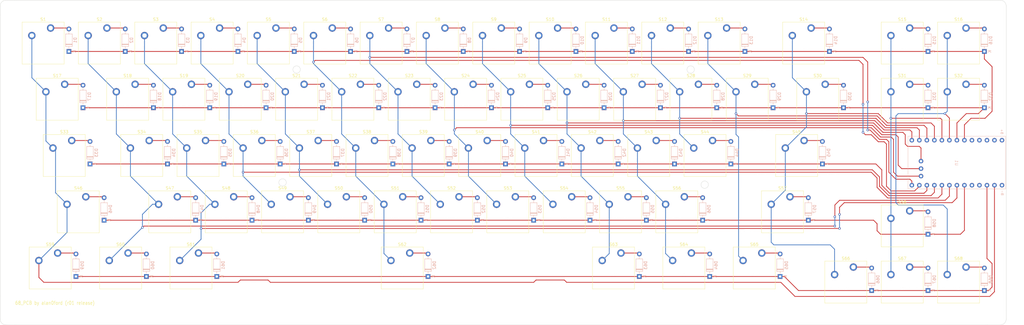
<source format=kicad_pcb>
(kicad_pcb (version 20221018) (generator pcbnew)
  (title_block (title "68PCB Keyboard") (date "Gen 2024") (rev "01") (company "By alan0ford"))
  (layers (0 "F.Cu" signal) (31 "B.Cu" signal) (34 "B.Paste" user) (35 "F.Paste" user) (36 "B.SilkS" user "B.Silkscreen") (37 "F.SilkS" user "F.Silkscreen") (38 "B.Mask" user) (39 "F.Mask" user) (44 "Edge.Cuts" user))
  (net 0 "")
  (net 1 "R0")
  (net 2 "Net-(D1-A)")
  (net 3 "Net-(D2-A)")
  (net 4 "Net-(D3-A)")
  (net 5 "Net-(D4-A)")
  (net 6 "Net-(D5-A)")
  (net 7 "Net-(D6-A)")
  (net 8 "Net-(D7-A)")
  (net 9 "Net-(D8-A)")
  (net 10 "Net-(D9-A)")
  (net 11 "Net-(D10-A)")
  (net 12 "Net-(D11-A)")
  (net 13 "Net-(D12-A)")
  (net 14 "Net-(D13-A)")
  (net 15 "Net-(D14-A)")
  (net 16 "Net-(D15-A)")
  (net 17 "Net-(D16-A)")
  (net 18 "R1")
  (net 19 "Net-(D17-A)")
  (net 20 "Net-(D18-A)")
  (net 21 "Net-(D19-A)")
  (net 22 "Net-(D20-A)")
  (net 23 "Net-(D21-A)")
  (net 24 "Net-(D22-A)")
  (net 25 "Net-(D23-A)")
  (net 26 "Net-(D24-A)")
  (net 27 "Net-(D25-A)")
  (net 28 "Net-(D26-A)")
  (net 29 "Net-(D27-A)")
  (net 30 "Net-(D28-A)")
  (net 31 "Net-(D29-A)")
  (net 32 "Net-(D30-A)")
  (net 33 "Net-(D31-A)")
  (net 34 "Net-(D32-A)")
  (net 35 "R2")
  (net 36 "Net-(D33-A)")
  (net 37 "Net-(D34-A)")
  (net 38 "Net-(D35-A)")
  (net 39 "Net-(D36-A)")
  (net 40 "Net-(D37-A)")
  (net 41 "Net-(D38-A)")
  (net 42 "Net-(D39-A)")
  (net 43 "Net-(D40-A)")
  (net 44 "Net-(D41-A)")
  (net 45 "Net-(D42-A)")
  (net 46 "Net-(D43-A)")
  (net 47 "Net-(D44-A)")
  (net 48 "Net-(D45-A)")
  (net 49 "R3")
  (net 50 "Net-(D46-A)")
  (net 51 "Net-(D47-A)")
  (net 52 "Net-(D48-A)")
  (net 53 "Net-(D49-A)")
  (net 54 "Net-(D50-A)")
  (net 55 "Net-(D51-A)")
  (net 56 "Net-(D52-A)")
  (net 57 "Net-(D53-A)")
  (net 58 "Net-(D54-A)")
  (net 59 "Net-(D55-A)")
  (net 60 "Net-(D56-A)")
  (net 61 "Net-(D57-A)")
  (net 62 "Net-(D58-A)")
  (net 63 "R4")
  (net 64 "Net-(D59-A)")
  (net 65 "Net-(D60-A)")
  (net 66 "Net-(D61-A)")
  (net 67 "Net-(D62-A)")
  (net 68 "Net-(D63-A)")
  (net 69 "Net-(D64-A)")
  (net 70 "Net-(D65-A)")
  (net 71 "Net-(D66-A)")
  (net 72 "Net-(D67-A)")
  (net 73 "Net-(D68-A)")
  (net 74 "C0")
  (net 75 "C1")
  (net 76 "C2")
  (net 77 "C3")
  (net 78 "C4")
  (net 79 "C5")
  (net 80 "C6")
  (net 81 "C7")
  (net 82 "C8")
  (net 83 "C9")
  (net 84 "C10")
  (net 85 "C11")
  (net 86 "C12")
  (net 87 "C13")
  (net 88 "C14")
  (net 89 "C15")
  (footprint "ScottoKeebs_MX:MX_PCB_1.00u" (layer "F.Cu") (at 130.725 74.525)
    (fp_text reference "S5")
    (fp_text value "4")
  )
  (footprint "ScottoKeebs_MX:MX_PCB_1.00u" (layer "F.Cu") (at 345.0375 93.575)
    (fp_text reference "S31")
    (fp_text value "Del")
  )
  (footprint "ScottoKeebs_MX:MX_PCB_1.00u" (layer "F.Cu") (at 164.0625 112.625)
    (fp_text reference "S38")
    (fp_text value "G")
  )
  (footprint "ScottoKeebs_MX:MX_PCB_2.25u" (layer "F.Cu") (at 309.31875 112.625)
    (fp_text reference "S45")
    (fp_text value "Ent")
  )
  (footprint "ScottoKeebs_MX:MX_PCB_1.00u" (layer "F.Cu") (at 54.525 74.525)
    (fp_text reference "S1")
    (fp_text value "Esc")
  )
  (footprint "ScottoKeebs_MX:MX_PCB_1.00u" (layer "F.Cu") (at 154.5375 131.675)
    (fp_text reference "S50")
    (fp_text value "V")
  )
  (footprint "ScottoKeebs_MX:MX_PCB_1.00u" (layer "F.Cu") (at 278.3625 112.625)
    (fp_text reference "S44")
    (fp_text value "'")
  )
  (footprint "ScottoKeebs_MX:MX_PCB_1.25u" (layer "F.Cu") (at 80.71875 150.725)
    (fp_text reference "S60")
    (fp_text value "Win")
  )
  (footprint "ScottoKeebs_MX:MX_PCB_1.00u" (layer "F.Cu") (at 325.9875 155.4875)
    (fp_text reference "S66")
    (fp_text value "Lt")
  )
  (footprint "ScottoKeebs_MX:MX_PCB_1.00u" (layer "F.Cu") (at 254.55 93.575)
    (fp_text reference "S27")
    (fp_text value "P")
  )
  (footprint "ScottoKeebs_MX:MX_PCB_1.00u" (layer "F.Cu") (at 73.575 74.525)
    (fp_text reference "S2")
    (fp_text value "1")
  )
  (footprint "ScottoKeebs_MX:MX_PCB_1.00u" (layer "F.Cu") (at 83.1 93.575)
    (fp_text reference "S18")
    (fp_text value "Q")
  )
  (footprint "ScottoKeebs_MX:MX_PCB_1.00u" (layer "F.Cu") (at 159.3 93.575)
    (fp_text reference "S22")
    (fp_text value "T")
  )
  (footprint "ScottoKeebs_MX:MX_PCB_1.50u" (layer "F.Cu") (at 316.4625 93.575)
    (fp_text reference "S30")
    (fp_text value "\\")
  )
  (footprint "ScottoKeebs_MX:MX_PCB_1.00u" (layer "F.Cu") (at 202.1625 112.625)
    (fp_text reference "S40")
    (fp_text value "J")
  )
  (footprint "ScottoKeebs_MX:MX_PCB_1.25u" (layer "F.Cu") (at 271.21875 150.725)
    (fp_text reference "S64")
    (fp_text value "AlR")
  )
  (footprint "ScottoKeebs_MX:MX_PCB_1.00u" (layer "F.Cu") (at 225.975 74.525)
    (fp_text reference "S10")
    (fp_text value "9")
  )
  (footprint "ScottoKeebs_MX:MX_PCB_1.00u" (layer "F.Cu") (at 240.2625 112.625)
    (fp_text reference "S42")
    (fp_text value "L")
  )
  (footprint "ScottoKeebs_MX:MX_PCB_1.00u" (layer "F.Cu") (at 111.675 74.525)
    (fp_text reference "S4")
    (fp_text value "3")
  )
  (footprint "ScottoKeebs_MX:MX_PCB_1.00u" (layer "F.Cu") (at 92.625 74.525)
    (fp_text reference "S3")
    (fp_text value "2")
  )
  (footprint "ScottoKeebs_MX:MX_PCB_1.00u" (layer "F.Cu") (at 135.4875 131.675)
    (fp_text reference "S49")
    (fp_text value "C")
  )
  (footprint "ScottoKeebs_MX:MX_PCB_1.00u" (layer "F.Cu") (at 116.4375 131.675)
    (fp_text reference "S48")
    (fp_text value "X")
  )
  (footprint "ScottoKeebs_MX:MX_PCB_1.00u" (layer "F.Cu") (at 283.125 74.525)
    (fp_text reference "S13")
    (fp_text value "=")
  )
  (footprint "PCM_marbastlib-mx:STAB_MX_2.25u" (layer "F.Cu") (at 66.43125 131.675)
    (fp_text reference "S73" hide)
    (fp_text value "2.25u")
  )
  (footprint "ScottoKeebs_MX:MX_PCB_1.25u" (layer "F.Cu") (at 56.90625 150.725)
    (fp_text reference "S59")
    (fp_text value "CtL")
  )
  (footprint "ScottoKeebs_MX:MX_PCB_1.50u" (layer "F.Cu") (at 59.2875 93.575)
    (fp_text reference "S17")
    (fp_text value "Tab")
  )
  (footprint "ScottoKeebs_MX:MX_PCB_1.00u" (layer "F.Cu") (at 235.5 93.575)
    (fp_text reference "S26")
    (fp_text value "O")
  )
  (footprint "ScottoKeebs_MX:MX_PCB_1.00u" (layer "F.Cu") (at 345.0375 74.525)
    (fp_text reference "S15")
    (fp_text value "PS")
  )
  (footprint "ScottoKeebs_MX:MX_PCB_1.00u" (layer "F.Cu") (at 364.0875 93.575)
    (fp_text reference "S32")
    (fp_text value "PD")
  )
  (footprint "ScottoKeebs_MX:MX_PCB_1.75u" (layer "F.Cu") (at 61.66875 112.625)
    (fp_text reference "S33")
    (fp_text value "CL")
  )
  (footprint "PCM_marbastlib-mx:STAB_MX_2.75u" (layer "F.Cu") (at 304.55625 131.675)
    (fp_text reference "S71" hide)
    (fp_text value "2.75u")
  )
  (footprint "ScottoKeebs_MX:MX_PCB_1.00u" (layer "F.Cu") (at 259.3125 112.625)
    (fp_text reference "S43")
    (fp_text value ";")
  )
  (footprint "ScottoKeebs_MX:MX_PCB_1.00u" (layer "F.Cu") (at 211.6875 131.675)
    (fp_text reference "S53")
    (fp_text value "M")
  )
  (footprint "ScottoKeebs_MX:MX_PCB_2.25u" (layer "F.Cu") (at 66.43125 131.675)
    (fp_text reference "S46")
    (fp_text value "ShL")
  )
  (footprint "ScottoKeebs_MX:MX_PCB_1.00u" (layer "F.Cu") (at 364.0875 155.4875)
    (fp_text reference "S68")
    (fp_text value "Rh")
  )
  (footprint "ScottoKeebs_MX:MX_PCB_1.00u" (layer "F.Cu") (at 187.875 74.525)
    (fp_text reference "S8")
    (fp_text value "7")
  )
  (footprint "ScottoKeebs_MX:MX_PCB_2.00u" (layer "F.Cu") (at 311.7 74.525)
    (fp_text reference "S14")
    (fp_text value "BS")
  )
  (footprint "ScottoKeebs_MX:MX_PCB_1.00u" (layer "F.Cu") (at 102.15 93.575)
    (fp_text reference "S19")
    (fp_text value "W")
  )
  (footprint "ScottoKeebs_MX:MX_PCB_1.25u" (layer "F.Cu") (at 247.40625 150.725)
    (fp_text reference "S63")
    (fp_text value "Fn")
  )
  (footprint "ScottoKeebs_MX:MX_PCB_1.00u" (layer "F.Cu") (at 192.6375 131.675)
    (fp_text reference "S52")
    (fp_text value "N")
  )
  (footprint "ScottoKeebs_MX:MX_PCB_1.25u" (layer "F.Cu") (at 295.03125 150.725)
    (fp_text reference "S65")
    (fp_text value "CtR")
  )
  (footprint "PCM_marbastlib-mx:STAB_MX_2.25u" (layer "F.Cu") (at 309.31875 112.625)
    (fp_text reference "S70" hide)
    (fp_text value "2.25u")
  )
  (footprint "ScottoKeebs_MX:MX_PCB_1.00u" (layer "F.Cu") (at 264.075 74.525)
    (fp_text reference "S12")
    (fp_text value "-")
  )
  (footprint "ScottoKeebs_MX:MX_PCB_1.25u" (layer "F.Cu") (at 104.53125 150.725)
    (fp_text reference "S61")
    (fp_text value "AlL")
  )
  (footprint "ScottoKeebs_MX:MX_PCB_1.00u" (layer "F.Cu") (at 173.5875 131.675)
    (fp_text reference "S51")
    (fp_text value "B")
  )
  (footprint "ScottoKeebs_MX:MX_PCB_6.25u" (layer "F.Cu") (at 175.96875 150.725)
    (fp_text reference "S62")
    (fp_text value "Spa")
  )
  (footprint "ScottoKeebs_MX:MX_PCB_2.75u" (layer "F.Cu") (at 304.55625 131.675)
    (fp_text reference "S57")
    (fp_text value "ShR")
  )
  (footprint "ScottoKeebs_MX:MX_PCB_1.00u" (layer "F.Cu") (at 140.25 93.575)
    (fp_text reference "S21")
    (fp_text value "R")
  )
  (footprint "ScottoKeebs_MX:MX_PCB_1.00u" (layer "F.Cu") (at 149.775 74.525)
    (fp_text reference "S6")
    (fp_text value "5")
  )
  (footprint "ScottoKeebs_MX:MX_PCB_1.00u" (layer "F.Cu") (at 121.2 93.575)
    (fp_text reference "S20")
    (fp_text value "E")
  )
  (footprint "ScottoKeebs_MX:MX_PCB_1.00u" (layer "F.Cu") (at 345.0375 136.4375)
    (fp_text reference "S58")
    (fp_text value "Up")
  )
  (footprint "ScottoKeebs_MX:MX_PCB_1.00u" (layer "F.Cu") (at 221.2125 112.625)
    (fp_text reference "S41")
    (fp_text value "K")
  )
  (footprint "ScottoKeebs_MX:MX_PCB_1.00u" (layer "F.Cu") (at 145.0125 112.625)
    (fp_text reference "S37")
    (fp_text value "F")
  )
  (footprint "ScottoKeebs_MX:MX_PCB_1.00u" (layer "F.Cu") (at 125.9625 112.625)
    (fp_text reference "S36")
    (fp_text value "D")
  )
  (footprint "ScottoKeebs_MX:MX_PCB_1.00u" (layer "F.Cu") (at 216.45 93.575)
    (fp_text reference "S25")
    (fp_text value "I")
  )
  (footprint "PCM_marbastlib-mx:STAB_MX_2u" (layer "F.Cu") (at 311.7 74.525)
    (fp_text reference "S69" hide)
    (fp_text value "2u")
  )
  (footprint "ScottoKeebs_MX:MX_PCB_1.00u" (layer "F.Cu") (at 168.825 74.525)
    (fp_text reference "S7")
    (fp_text value "6")
  )
  (footprint "ScottoKeebs_MX:MX_PCB_1.00u" (layer "F.Cu") (at 106.9125 112.625)
    (fp_text reference "S35")
    (fp_text value "S")
  )
  (footprint "ScottoKeebs_MX:MX_PCB_1.00u" (layer "F.Cu") (at 364.0875 74.525)
    (fp_text reference "S16")
    (fp_text value "PU")
  )
  (footprint "ScottoKeebs_MX:MX_PCB_1.00u" (layer "F.Cu") (at 268.8375 131.675)
    (fp_text reference "S56")
    (fp_text value "/")
  )
  (footprint "ScottoKeebs_MX:MX_PCB_1.00u" (layer "F.Cu") (at 345.0375 155.4875)
    (fp_text reference "S67")
    (fp_text value "Dw")
  )
  (footprint "PCM_marbastlib-mx:STAB_MX_6.25u" (layer "F.Cu") (at 175.96875 150.725 180)
    (fp_text reference "S72" hide)
    (fp_text value "6.25u")
  )
  (footprint "ScottoKeebs_MX:MX_PCB_1.00u" (layer "F.Cu") (at 87.8625 112.625)
    (fp_text reference "S34")
    (fp_text value "A")
  )
  (footprint "ScottoKeebs_MX:MX_PCB_1.00u" (layer "F.Cu") (at 178.35 93.575)
    (fp_text reference "S23")
    (fp_text value "Y")
  )
  (footprint "ScottoKeebs_MX:MX_PCB_1.00u" (layer "F.Cu") (at 230.7375 131.675)
    (fp_text reference "S54")
    (fp_text value ",")
  )
  (footprint "ScottoKeebs_MX:MX_PCB_1.00u" (layer "F.Cu") (at 249.7875 131.675)
    (fp_text reference "S55")
    (fp_text value ".")
  )
  (footprint "ScottoKeebs_MX:MX_PCB_1.00u" (layer "F.Cu") (at 197.4 93.575)
    (fp_text reference "S24")
    (fp_text value "U")
  )
  (footprint "ScottoKeebs_MX:MX_PCB_1.00u" (layer "F.Cu") (at 292.65 93.575)
    (fp_text reference "S29")
    (fp_text value "]")
  )
  (footprint "ScottoKeebs_MX:MX_PCB_1.00u" (layer "F.Cu") (at 245.025 74.525)
    (fp_text reference "S11")
    (fp_text value "0")
  )
  (footprint "ScottoKeebs_MX:MX_PCB_1.00u" (layer "F.Cu") (at 273.6 93.575)
    (fp_text reference "S28")
    (fp_text value "[")
  )
  (footprint "ScottoKeebs_MX:MX_PCB_1.00u" (layer "F.Cu") (at 206.925 74.525)
    (fp_text reference "S9")
    (fp_text value "8")
  )
  (footprint "ScottoKeebs_MX:MX_PCB_1.00u" (layer "F.Cu") (at 97.3875 131.675)
    (fp_text reference "S47")
    (fp_text value "Z")
  )
  (footprint "ScottoKeebs_MX:MX_PCB_1.00u" (layer "F.Cu") (at 183.1125 112.625)
    (fp_text reference "S39")
    (fp_text value "H")
  )
  (footprint "ScottoKeebs_Components:Diode_DO-35" (layer "B.Cu") (at 353.76875 139.295 90)
    (fp_text reference "D58")
    (fp_text value "Diode")
  )
  (footprint "ScottoKeebs_Components:Diode_DO-35" (layer "B.Cu") (at 153.74375 115.4825 90)
    (fp_text reference "D37")
    (fp_text value "Diode")
  )
  (footprint "ScottoKeebs_Components:Diode_DO-35" (layer "B.Cu") (at 234.70625 77.3825 90)
    (fp_text reference "D10")
    (fp_text value "Diode")
  )
  (footprint "ScottoKeebs_Components:Diode_DO-35" (layer "B.Cu") (at 106.11875 134.5325 90)
    (fp_text reference "D47")
    (fp_text value "Diode")
  )
  (footprint "ScottoKeebs_Components:Diode_DO-35" (layer "B.Cu") (at 91.83125 96.4325 90)
    (fp_text reference "D18")
    (fp_text value "Diode")
  )
  (footprint "ScottoKeebs_Components:Diode_DO-35" (layer "B.Cu") (at 65.6375 153.5825 90)
    (fp_text reference "D59")
    (fp_text value "Diode")
  )
  (footprint "ScottoKeebs_Components:Diode_DO-35" (layer "B.Cu") (at 113.2625 153.5825 90)
    (fp_text reference "D61")
    (fp_text value "Diode")
  )
  (footprint "ScottoKeebs_Components:Diode_DO-35" (layer "B.Cu") (at 168.03125 96.4325 90)
    (fp_text reference "D22")
    (fp_text value "Diode")
  )
  (footprint "ScottoKeebs_Components:Diode_DO-35" (layer "B.Cu") (at 187.08125 96.4325 90)
    (fp_text reference "D23")
    (fp_text value "Diode")
  )
  (footprint "ScottoKeebs_Components:Diode_DO-35" (layer "B.Cu") (at 120.40625 77.3825 90)
    (fp_text reference "D4")
    (fp_text value "Diode")
  )
  (footprint "ScottoKeebs_Components:Diode_DO-35" (layer "B.Cu") (at 287.09375 115.4825 90)
    (fp_text reference "D44")
    (fp_text value "Diode")
  )
  (footprint "ScottoKeebs_Components:Diode_DO-35" (layer "B.Cu") (at 277.56875 134.5325 90)
    (fp_text reference "D56")
    (fp_text value "Diode")
  )
  (footprint "ScottoKeebs_Components:Diode_DO-35" (layer "B.Cu") (at 313.2875 134.5325 90)
    (fp_text reference "D57")
    (fp_text value "Diode")
  )
  (footprint "ScottoKeebs_Components:Diode_DO-35" (layer "B.Cu") (at 325.19375 96.4325 90)
    (fp_text reference "D30")
    (fp_text value "Diode")
  )
  (footprint "ScottoKeebs_Components:Diode_DO-35" (layer "B.Cu") (at 229.94375 115.4825 90)
    (fp_text reference "D41")
    (fp_text value "Diode")
  )
  (footprint "ScottoKeebs_Components:Diode_DO-35" (layer "B.Cu") (at 320.43125 77.3825 90)
    (fp_text reference "D14")
    (fp_text value "Diode")
  )
  (footprint "ScottoKeebs_Components:Diode_DO-35" (layer "B.Cu") (at 353.76875 158.345 90)
    (fp_text reference "D67")
    (fp_text value "Diode")
  )
  (footprint "ScottoKeebs_Components:Diode_DO-35" (layer "B.Cu") (at 272.80625 77.3825 90)
    (fp_text reference "D12")
    (fp_text value "Diode")
  )
  (footprint "ScottoKeebs_Components:Diode_DO-35" (layer "B.Cu") (at 239.46875 134.5325 90)
    (fp_text reference "D54")
    (fp_text value "Diode")
  )
  (footprint "ScottoKeebs_Components:Diode_DO-35" (layer "B.Cu") (at 110.88125 96.4325 90)
    (fp_text reference "D19")
    (fp_text value "Diode")
  )
  (footprint "ScottoKeebs_Components:Diode_DO-35" (layer "B.Cu") (at 139.45625 77.3825 90)
    (fp_text reference "D5")
    (fp_text value "Diode")
  )
  (footprint "ScottoKeebs_Components:Diode_DO-35" (layer "B.Cu") (at 125.16875 134.5325 90)
    (fp_text reference "D48")
    (fp_text value "Diode")
  )
  (footprint "ScottoKeebs_Components:Diode_DO-35" (layer "B.Cu") (at 129.93125 96.4325 90)
    (fp_text reference "D20")
    (fp_text value "Diode")
  )
  (footprint "ScottoKeebs_Components:Diode_DO-35" (layer "B.Cu") (at 158.50625 77.3825 90)
    (fp_text reference "D6")
    (fp_text value "Diode")
  )
  (footprint "ScottoKeebs_Components:Diode_DO-35" (layer "B.Cu") (at 291.85625 77.3825 90)
    (fp_text reference "D13")
    (fp_text value "Diode")
  )
  (footprint "ScottoKeebs_Components:Diode_DO-35" (layer "B.Cu") (at 182.31875 134.5325 90)
    (fp_text reference "D51")
    (fp_text value "Diode")
  )
  (footprint "ScottoKeebs_Components:Diode_DO-35" (layer "B.Cu") (at 191.84375 115.4825 90)
    (fp_text reference "D39")
    (fp_text value "Diode")
  )
  (footprint "ScottoKeebs_Components:Diode_DO-35" (layer "B.Cu") (at 301.38125 96.4325 90)
    (fp_text reference "D29")
    (fp_text value "Diode")
  )
  (footprint "ScottoKeebs_Components:Diode_DO-35" (layer "B.Cu") (at 148.98125 96.4325 90)
    (fp_text reference "D21")
    (fp_text value "Diode")
  )
  (footprint "ScottoKeebs_Components:Diode_DO-35" (layer "B.Cu") (at 172.79375 115.4825 90)
    (fp_text reference "D38")
    (fp_text value "Diode")
  )
  (footprint "ScottoKeebs_Components:Diode_DO-35" (layer "B.Cu") (at 68.01875 96.4325 90)
    (fp_text reference "D17")
    (fp_text value "Diode")
  )
  (footprint "ScottoKeebs_Components:Diode_DO-35" (layer "B.Cu") (at 144.21875 134.5325 90)
    (fp_text reference "D49")
    (fp_text value "Diode")
  )
  (footprint "ScottoKeebs_Components:Diode_DO-35" (layer "B.Cu") (at 96.59375 115.4825 90)
    (fp_text reference "D34")
    (fp_text value "Diode")
  )
  (footprint "ScottoKeebs_Components:Diode_DO-35" (layer "B.Cu") (at 201.36875 134.5325 90)
    (fp_text reference "D52")
    (fp_text value "Diode")
  )
  (footprint "ScottoKeebs_Components:Diode_DO-35" (layer "B.Cu") (at 372.81875 158.345 90)
    (fp_text reference "D68")
    (fp_text value "Diode")
  )
  (footprint "ScottoKeebs_Components:Diode_DO-35" (layer "B.Cu") (at 303.7625 153.5825 90)
    (fp_text reference "D65")
    (fp_text value "Diode")
  )
  (footprint "ScottoKeebs_Components:Diode_DO-35" (layer "B.Cu") (at 253.75625 77.3825 90)
    (fp_text reference "D11")
    (fp_text value "Diode")
  )
  (footprint "ScottoKeebs_Components:Diode_DO-35" (layer "B.Cu") (at 70.4 115.4825 90)
    (fp_text reference "D33")
    (fp_text value "Diode")
  )
  (footprint "ScottoKeebs_Components:Diode_DO-35" (layer "B.Cu") (at 256.1375 153.5825 90)
    (fp_text reference "D63")
    (fp_text value "Diode")
  )
  (footprint "ScottoKeebs_Components:Diode_DO-35" (layer "B.Cu") (at 215.65625 77.3825 90)
    (fp_text reference "D9")
    (fp_text value "Diode")
  )
  (footprint "ScottoKeebs_Components:Diode_DO-35" (layer "B.Cu") (at 134.69375 115.4825 90)
    (fp_text reference "D36")
    (fp_text value "Diode")
  )
  (footprint "ScottoKeebs_Components:Diode_DO-35" (layer "B.Cu") (at 318.05 115.4825 90)
    (fp_text reference "D45")
    (fp_text value "Diode")
  )
  (footprint "ScottoKeebs_Components:Diode_DO-35" (layer "B.Cu") (at 210.89375 115.4825 90)
    (fp_text reference "D40")
    (fp_text value "Diode")
  )
  (footprint "ScottoKeebs_Components:Diode_DO-35" (layer "B.Cu") (at 163.26875 134.5325 90)
    (fp_text reference "D50")
    (fp_text value "Diode")
  )
  (footprint "ScottoKeebs_Components:Diode_DO-35" (layer "B.Cu") (at 82.30625 77.3825 90)
    (fp_text reference "D2")
    (fp_text value "Diode")
  )
  (footprint "ScottoKeebs_Components:Diode_DO-35" (layer "B.Cu") (at 372.81875 77.3825 90)
    (fp_text reference "D16")
    (fp_text value "Diode")
  )
  (footprint "ScottoKeebs_Components:Diode_DO-35" (layer "B.Cu") (at 282.33125 96.4325 90)
    (fp_text reference "D28")
    (fp_text value "Diode")
  )
  (footprint "ScottoKeebs_Components:Diode_DO-35" (layer "B.Cu") (at 279.95 153.5825 90)
    (fp_text reference "D64")
    (fp_text value "Diode")
  )
  (footprint "ScottoKeebs_Components:Diode_DO-35" (layer "B.Cu") (at 372.81875 96.4325 90)
    (fp_text reference "D32")
    (fp_text value "Diode")
  )
  (footprint "Personale:SuperMini NRF52840" (layer "B.Cu") (at 380.7 115.1 90)
    (fp_text reference "U1")
    (fp_text value "SuperMini_NRF52840")
  )
  (footprint "ScottoKeebs_Components:Diode_DO-35" (layer "B.Cu") (at 248.99375 115.4825 90)
    (fp_text reference "D42")
    (fp_text value "Diode")
  )
  (footprint "ScottoKeebs_Components:Diode_DO-35" (layer "B.Cu") (at 101.35625 77.3825 90)
    (fp_text reference "D3")
    (fp_text value "Diode")
  )
  (footprint "ScottoKeebs_Components:Diode_DO-35" (layer "B.Cu") (at 206.13125 96.4325 90)
    (fp_text reference "D24")
    (fp_text value "Diode")
  )
  (footprint "ScottoKeebs_Components:Diode_DO-35" (layer "B.Cu") (at 177.55625 77.3825 90)
    (fp_text reference "D7")
    (fp_text value "Diode")
  )
  (footprint "ScottoKeebs_Components:Diode_DO-35" (layer "B.Cu") (at 258.51875 134.5325 90)
    (fp_text reference "D55")
    (fp_text value "Diode")
  )
  (footprint "ScottoKeebs_Components:Diode_DO-35" (layer "B.Cu") (at 184.7 153.5825 90)
    (fp_text reference "D62")
    (fp_text value "Diode")
  )
  (footprint "ScottoKeebs_Components:Diode_DO-35" (layer "B.Cu") (at 63.25625 77.3825 90)
    (fp_text reference "D1")
    (fp_text value "Diode")
  )
  (footprint "ScottoKeebs_Components:Diode_DO-35" (layer "B.Cu") (at 115.64375 115.4825 90)
    (fp_text reference "D35")
    (fp_text value "Diode")
  )
  (footprint "ScottoKeebs_Components:Diode_DO-35" (layer "B.Cu") (at 89.45 153.5825 90)
    (fp_text reference "D60")
    (fp_text value "Diode")
  )
  (footprint "ScottoKeebs_Components:Diode_DO-35" (layer "B.Cu") (at 263.28125 96.4325 90)
    (fp_text reference "D27")
    (fp_text value "Diode")
  )
  (footprint "ScottoKeebs_Components:Diode_DO-35" (layer "B.Cu") (at 220.41875 134.5325 90)
    (fp_text reference "D53")
    (fp_text value "Diode")
  )
  (footprint "ScottoKeebs_Components:Diode_DO-35" (layer "B.Cu") (at 334.71875 158.345 90)
    (fp_text reference "D66")
    (fp_text value "Diode")
  )
  (footprint "ScottoKeebs_Components:Diode_DO-35" (layer "B.Cu") (at 353.76875 96.4325 90)
    (fp_text reference "D31")
    (fp_text value "Diode")
  )
  (footprint "ScottoKeebs_Components:Diode_DO-35" (layer "B.Cu") (at 244.23125 96.4325 90)
    (fp_text reference "D26")
    (fp_text value "Diode")
  )
  (footprint "ScottoKeebs_Components:Diode_DO-35" (layer "B.Cu") (at 75.1625 134.5325 90)
    (fp_text reference "D46")
    (fp_text value "Diode")
  )
  (footprint "ScottoKeebs_Components:Diode_DO-35" (layer "B.Cu") (at 268.04375 115.4825 90)
    (fp_text reference "D43")
    (fp_text value "Diode")
  )
  (footprint "ScottoKeebs_Components:Diode_DO-35" (layer "B.Cu") (at 353.76875 77.3825 90)
    (fp_text reference "D15")
    (fp_text value "Diode")
  )
  (footprint "ScottoKeebs_Components:Diode_DO-35" (layer "B.Cu") (at 225.18125 96.4325 90)
    (fp_text reference "D25")
    (fp_text value "Diode")
  )
  (footprint "ScottoKeebs_Components:Diode_DO-35" (layer "B.Cu") (at 196.60625 77.3825 90)
    (fp_text reference "D8")
    (fp_text value "Diode")
  )
  (gr_line (start 380.20625 165.09375) (end 380.20625 168) (stroke (width 0.1)) (layer "Edge.Cuts"))
  (gr_line (start 380.20625 62) (end 380.20625 165.09375) (stroke (width 0.1)) (layer "Edge.Cuts"))
  (gr_arc (start 40 62) (mid 40.585786 60.585786) (end 42 60) (stroke (width 0.1)) (layer "Edge.Cuts"))
  (gr_line (start 378.20625 170) (end 373.75 170) (stroke (width 0.1)) (layer "Edge.Cuts"))
  (gr_line (start 40 62) (end 40 65) (stroke (width 0.1)) (layer "Edge.Cuts"))
  (gr_line (start 378.20625 60) (end 375 60) (stroke (width 0.1)) (layer "Edge.Cuts"))
  (gr_circle (center 140.25 83.5) (end 141.5 83.5) (stroke (width 0.1)) (fill none) (layer "Edge.Cuts"))
  (gr_line (start 40 65) (end 40 160.25) (stroke (width 0.1)) (layer "Edge.Cuts"))
  (gr_line (start 45 60) (end 375 60) (stroke (width 0.1)) (layer "Edge.Cuts"))
  (gr_arc (start 380.20625 168) (mid 379.620464 169.414214) (end 378.20625 170) (stroke (width 0.1)) (layer "Edge.Cuts"))
  (gr_line (start 42 60) (end 45 60) (stroke (width 0.1)) (layer "Edge.Cuts"))
  (gr_line (start 373.75 170) (end 45 170) (stroke (width 0.1)) (layer "Edge.Cuts"))
  (gr_arc (start 378.20625 60) (mid 379.620464 60.585786) (end 380.20625 62) (stroke (width 0.1)) (layer "Edge.Cuts"))
  (gr_arc (start 42 170) (mid 40.585786 169.414214) (end 40 168) (stroke (width 0.1)) (layer "Edge.Cuts"))
  (gr_circle (center 278.25 122.5) (end 279.5 122.5) (stroke (width 0.1)) (fill none) (layer "Edge.Cuts"))
  (gr_line (start 40 168) (end 40 160.25) (stroke (width 0.1)) (layer "Edge.Cuts"))
  (gr_circle (center 135.5 121.75) (end 136.75 121.75) (stroke (width 0.1)) (fill none) (layer "Edge.Cuts"))
  (gr_circle (center 273.5 83.5) (end 274.75 83.5) (stroke (width 0.1)) (fill none) (layer "Edge.Cuts"))
  (gr_line (start 45 170) (end 42 170) (stroke (width 0.1)) (layer "Edge.Cuts"))
  (gr_text "68_PCB by alan0ford (r01 release)" (at 45 163.25) (layer "F.SilkS") (effects (font (size 1.2 1)) (justify left bottom)))
  (segment (start 372.81875 77.3825) (end 372.81875 79.925) (width 0.25) (layer "F.Cu") (net 1))
  (segment (start 368.3 100.0125) (end 366.08 102.2325) (width 0.25) (layer "F.Cu") (net 1))
  (segment (start 373.0625 100.0125) (end 368.3 100.0125) (width 0.25) (layer "F.Cu") (net 1))
  (segment (start 63.25625 77.3825) (end 372.81875 77.3825) (width 0.25) (layer "F.Cu") (net 1))
  (segment (start 366.08 102.2325) (end 366.08 107.44) (width 0.25) (layer "F.Cu") (net 1))
  (segment (start 375.44375 97.63125) (end 373.0625 100.0125) (width 0.25) (layer "F.Cu") (net 1))
  (segment (start 372.81875 79.925) (end 375.44375 82.55) (width 0.25) (layer "F.Cu") (net 1))
  (segment (start 375.44375 82.55) (end 375.44375 97.63125) (width 0.25) (layer "F.Cu") (net 1))
  (segment (start 62.93875 69.445) (end 63.25625 69.7625) (width 0.25) (layer "F.Cu") (net 2))
  (segment (start 57.065 69.445) (end 62.93875 69.445) (width 0.25) (layer "F.Cu") (net 2))
  (segment (start 76.115 69.445) (end 81.98875 69.445) (width 0.25) (layer "F.Cu") (net 3))
  (segment (start 81.98875 69.445) (end 82.30625 69.7625) (width 0.25) (layer "F.Cu") (net 3))
  (segment (start 101.03875 69.445) (end 101.35625 69.7625) (width 0.25) (layer "F.Cu") (net 4))
  (segment (start 95.165 69.445) (end 101.03875 69.445) (width 0.25) (layer "F.Cu") (net 4))
  (segment (start 120.08875 69.445) (end 120.40625 69.7625) (width 0.25) (layer "F.Cu") (net 5))
  (segment (start 114.215 69.445) (end 120.08875 69.445) (width 0.25) (layer "F.Cu") (net 5))
  (segment (start 133.265 69.445) (end 139.13875 69.445) (width 0.25) (layer "F.Cu") (net 6))
  (segment (start 139.13875 69.445) (end 139.45625 69.7625) (width 0.25) (layer "F.Cu") (net 6))
  (segment (start 152.315 69.445) (end 158.18875 69.445) (width 0.25) (layer "F.Cu") (net 7))
  (segment (start 158.18875 69.445) (end 158.50625 69.7625) (width 0.25) (layer "F.Cu") (net 7))
  (segment (start 171.365 69.445) (end 177.23875 69.445) (width 0.25) (layer "F.Cu") (net 8))
  (segment (start 177.23875 69.445) (end 177.55625 69.7625) (width 0.25) (layer "F.Cu") (net 8))
  (segment (start 190.415 69.445) (end 196.28875 69.445) (width 0.25) (layer "F.Cu") (net 9))
  (segment (start 196.28875 69.445) (end 196.60625 69.7625) (width 0.25) (layer "F.Cu") (net 9))
  (segment (start 209.465 69.445) (end 215.33875 69.445) (width 0.25) (layer "F.Cu") (net 10))
  (segment (start 215.33875 69.445) (end 215.65625 69.7625) (width 0.25) (layer "F.Cu") (net 10))
  (segment (start 234.38875 69.445) (end 234.70625 69.7625) (width 0.25) (layer "F.Cu") (net 11))
  (segment (start 228.515 69.445) (end 234.38875 69.445) (width 0.25) (layer "F.Cu") (net 11))
  (segment (start 247.565 69.445) (end 253.43875 69.445) (width 0.25) (layer "F.Cu") (net 12))
  (segment (start 253.43875 69.445) (end 253.75625 69.7625) (width 0.25) (layer "F.Cu") (net 12))
  (segment (start 272.48875 69.445) (end 272.80625 69.7625) (width 0.25) (layer "F.Cu") (net 13))
  (segment (start 266.615 69.445) (end 272.48875 69.445) (width 0.25) (layer "F.Cu") (net 13))
  (segment (start 291.53875 69.445) (end 291.85625 69.7625) (width 0.25) (layer "F.Cu") (net 14))
  (segment (start 285.665 69.445) (end 291.53875 69.445) (width 0.25) (layer "F.Cu") (net 14))
  (segment (start 314.24 69.445) (end 320.11375 69.445) (width 0.25) (layer "F.Cu") (net 15))
  (segment (start 320.11375 69.445) (end 320.43125 69.7625) (width 0.25) (layer "F.Cu") (net 15))
  (segment (start 353.45125 69.445) (end 353.76875 69.7625) (width 0.25) (layer "F.Cu") (net 16))
  (segment (start 347.5775 69.445) (end 353.45125 69.445) (width 0.25) (layer "F.Cu") (net 16))
  (segment (start 366.6275 69.445) (end 372.50125 69.445) (width 0.25) (layer "F.Cu") (net 17))
  (segment (start 372.50125 69.445) (end 372.81875 69.7625) (width 0.25) (layer "F.Cu") (net 17))
  (segment (start 372.81875 96.4325) (end 370.82625 98.425) (width 0.25) (layer "F.Cu") (net 18))
  (segment (start 370.82625 98.425) (end 366.7125 98.425) (width 0.25) (layer "F.Cu") (net 18))
  (segment (start 363.5375 101.6) (end 363.5375 107.4375) (width 0.25) (layer "F.Cu") (net 18))
  (segment (start 366.7125 98.425) (end 363.5375 101.6) (width 0.25) (layer "F.Cu") (net 18))
  (segment (start 68.01875 96.4325) (end 372.81875 96.4325) (width 0.25) (layer "F.Cu") (net 18))
  (segment (start 363.5375 107.4375) (end 363.54 107.44) (width 0.25) (layer "F.Cu") (net 18))
  (segment (start 61.8275 88.495) (end 67.70125 88.495) (width 0.25) (layer "F.Cu") (net 19))
  (segment (start 67.70125 88.495) (end 68.01875 88.8125) (width 0.25) (layer "F.Cu") (net 19))
  (segment (start 91.51375 88.495) (end 91.83125 88.8125) (width 0.25) (layer "F.Cu") (net 20))
  (segment (start 85.64 88.495) (end 91.51375 88.495) (width 0.25) (layer "F.Cu") (net 20))
  (segment (start 104.69 88.495) (end 110.56375 88.495) (width 0.25) (layer "F.Cu") (net 21))
  (segment (start 110.56375 88.495) (end 110.88125 88.8125) (width 0.25) (layer "F.Cu") (net 21))
  (segment (start 129.61375 88.495) (end 129.93125 88.8125) (width 0.25) (layer "F.Cu") (net 22))
  (segment (start 123.74 88.495) (end 129.61375 88.495) (width 0.25) (layer "F.Cu") (net 22))
  (segment (start 142.79 88.495) (end 148.66375 88.495) (width 0.25) (layer "F.Cu") (net 23))
  (segment (start 148.66375 88.495) (end 148.98125 88.8125) (width 0.25) (layer "F.Cu") (net 23))
  (segment (start 161.84 88.495) (end 167.71375 88.495) (width 0.25) (layer "F.Cu") (net 24))
  (segment (start 167.71375 88.495) (end 168.03125 88.8125) (width 0.25) (layer "F.Cu") (net 24))
  (segment (start 180.89 88.495) (end 186.76375 88.495) (width 0.25) (layer "F.Cu") (net 25))
  (segment (start 186.76375 88.495) (end 187.08125 88.8125) (width 0.25) (layer "F.Cu") (net 25))
  (segment (start 199.94 88.495) (end 205.81375 88.495) (width 0.25) (layer "F.Cu") (net 26))
  (segment (start 205.81375 88.495) (end 206.13125 88.8125) (width 0.25) (layer "F.Cu") (net 26))
  (segment (start 224.86375 88.495) (end 225.18125 88.8125) (width 0.25) (layer "F.Cu") (net 27))
  (segment (start 218.99 88.495) (end 224.86375 88.495) (width 0.25) (layer "F.Cu") (net 27))
  (segment (start 243.91375 88.495) (end 244.23125 88.8125) (width 0.25) (layer "F.Cu") (net 28))
  (segment (start 238.04 88.495) (end 243.91375 88.495) (width 0.25) (layer "F.Cu") (net 28))
  (segment (start 257.09 88.495) (end 262.96375 88.495) (width 0.25) (layer "F.Cu") (net 29))
  (segment (start 262.96375 88.495) (end 263.28125 88.8125) (width 0.25) (layer "F.Cu") (net 29))
  (segment (start 282.01375 88.495) (end 282.33125 88.8125) (width 0.25) (layer "F.Cu") (net 30))
  (segment (start 276.14 88.495) (end 282.01375 88.495) (width 0.25) (layer "F.Cu") (net 30))
  (segment (start 301.06375 88.495) (end 301.38125 88.8125) (width 0.25) (layer "F.Cu") (net 31))
  (segment (start 295.19 88.495) (end 301.06375 88.495) (width 0.25) (layer "F.Cu") (net 31))
  (segment (start 319.0025 88.495) (end 324.87625 88.495) (width 0.25) (layer "F.Cu") (net 32))
  (segment (start 324.87625 88.495) (end 325.19375 88.8125) (width 0.25) (layer "F.Cu") (net 32))
  (segment (start 347.5775 88.495) (end 353.45125 88.495) (width 0.25) (layer "F.Cu") (net 33))
  (segment (start 353.45125 88.495) (end 353.76875 88.8125) (width 0.25) (layer "F.Cu") (net 33))
  (segment (start 372.50125 88.495) (end 372.81875 88.8125) (width 0.25) (layer "F.Cu") (net 34))
  (segment (start 366.6275 88.495) (end 372.50125 88.495) (width 0.25) (layer "F.Cu") (net 34))
  (segment (start 352.425 125.4125) (end 353.38 124.4575) (width 0.25) (layer "F.Cu") (net 35))
  (segment (start 318.05 115.4825) (end 336.145 115.4825) (width 0.25) (layer "F.Cu") (net 35))
  (segment (start 70.4 115.4825) (end 318.05 115.4825) (width 0.25) (layer "F.Cu") (net 35))
  (segment (start 340.816406 125.4125) (end 352.425 125.4125) (width 0.25) (layer "F.Cu") (net 35))
  (segment (start 353.38 124.4575) (end 353.38 122.68) (width 0.25) (layer "F.Cu") (net 35))
  (segment (start 338.1375 117.475) (end 338.1375 122.733594) (width 0.25) (layer "F.Cu") (net 35))
  (segment (start 338.1375 122.733594) (end 340.816406 125.4125) (width 0.25) (layer "F.Cu") (net 35))
  (segment (start 336.145 115.4825) (end 338.1375 117.475) (width 0.25) (layer "F.Cu") (net 35))
  (segment (start 64.20875 107.545) (end 70.0825 107.545) (width 0.25) (layer "F.Cu") (net 36))
  (segment (start 70.0825 107.545) (end 70.4 107.8625) (width 0.25) (layer "F.Cu") (net 36))
  (segment (start 96.27625 107.545) (end 96.59375 107.8625) (width 0.25) (layer "F.Cu") (net 37))
  (segment (start 90.4025 107.545) (end 96.27625 107.545) (width 0.25) (layer "F.Cu") (net 37))
  (segment (start 109.4525 107.545) (end 115.32625 107.545) (width 0.25) (layer "F.Cu") (net 38))
  (segment (start 115.32625 107.545) (end 115.64375 107.8625) (width 0.25) (layer "F.Cu") (net 38))
  (segment (start 128.5025 107.545) (end 134.37625 107.545) (width 0.25) (layer "F.Cu") (net 39))
  (segment (start 134.37625 107.545) (end 134.69375 107.8625) (width 0.25) (layer "F.Cu") (net 39))
  (segment (start 147.5525 107.545) (end 153.42625 107.545) (width 0.25) (layer "F.Cu") (net 40))
  (segment (start 153.42625 107.545) (end 153.74375 107.8625) (width 0.25) (layer "F.Cu") (net 40))
  (segment (start 166.6025 107.545) (end 172.47625 107.545) (width 0.25) (layer "F.Cu") (net 41))
  (segment (start 172.47625 107.545) (end 172.79375 107.8625) (width 0.25) (layer "F.Cu") (net 41))
  (segment (start 191.52625 107.545) (end 191.84375 107.8625) (width 0.25) (layer "F.Cu") (net 42))
  (segment (start 185.6525 107.545) (end 191.52625 107.545) (width 0.25) (layer "F.Cu") (net 42))
  (segment (start 204.7025 107.545) (end 210.57625 107.545) (width 0.25) (layer "F.Cu") (net 43))
  (segment (start 210.57625 107.545) (end 210.89375 107.8625) (width 0.25) (layer "F.Cu") (net 43))
  (segment (start 223.7525 107.545) (end 229.62625 107.545) (width 0.25) (layer "F.Cu") (net 44))
  (segment (start 229.62625 107.545) (end 229.94375 107.8625) (width 0.25) (layer "F.Cu") (net 44))
  (segment (start 242.8025 107.545) (end 248.67625 107.545) (width 0.25) (layer "F.Cu") (net 45))
  (segment (start 248.67625 107.545) (end 248.99375 107.8625) (width 0.25) (layer "F.Cu") (net 45))
  (segment (start 261.8525 107.545) (end 267.72625 107.545) (width 0.25) (layer "F.Cu") (net 46))
  (segment (start 267.72625 107.545) (end 268.04375 107.8625) (width 0.25) (layer "F.Cu") (net 46))
  (segment (start 286.77625 107.545) (end 287.09375 107.8625) (width 0.25) (layer "F.Cu") (net 47))
  (segment (start 280.9025 107.545) (end 286.77625 107.545) (width 0.25) (layer "F.Cu") (net 47))
  (segment (start 311.85875 107.545) (end 317.7325 107.545) (width 0.25) (layer "F.Cu") (net 48))
  (segment (start 317.7325 107.545) (end 318.05 107.8625) (width 0.25) (layer "F.Cu") (net 48))
  (segment (start 75.1625 134.5325) (end 277.56875 134.5325) (width 0.25) (layer "F.Cu") (net 49))
  (segment (start 353.76875 139.295) (end 337.7325 139.295) (width 0.25) (layer "F.Cu") (net 49))
  (segment (start 336.55 138.1125) (end 336.55 135.73125) (width 0.25) (layer "F.Cu") (net 49))
  (segment (start 366.08 137.95125) (end 364.73625 139.295) (width 0.25) (layer "F.Cu") (net 49))
  (segment (start 366.08 122.68) (end 366.08 137.95125) (width 0.25) (layer "F.Cu") (net 49))
  (segment (start 364.73625 139.295) (end 353.76875 139.295) (width 0.25) (layer "F.Cu") (net 49))
  (segment (start 335.35125 134.5325) (end 336.55 135.73125) (width 0.25) (layer "F.Cu") (net 49))
  (segment (start 313.2875 134.5325) (end 335.35125 134.5325) (width 0.25) (layer "F.Cu") (net 49))
  (segment (start 277.56875 134.5325) (end 313.2875 134.5325) (width 0.25) (layer "F.Cu") (net 49))
  (segment (start 353.36375 139.7) (end 353.76875 139.295) (width 0.25) (layer "F.Cu") (net 49))
  (segment (start 337.7325 139.295) (end 336.55 138.1125) (width 0.25) (layer "F.Cu") (net 49))
  (segment (start 68.97125 126.595) (end 74.845 126.595) (width 0.25) (layer "F.Cu") (net 50))
  (segment (start 74.845 126.595) (end 75.1625 126.9125) (width 0.25) (layer "F.Cu") (net 50))
  (segment (start 105.80125 126.595) (end 106.11875 126.9125) (width 0.25) (layer "F.Cu") (net 51))
  (segment (start 99.9275 126.595) (end 105.80125 126.595) (width 0.25) (layer "F.Cu") (net 51))
  (segment (start 118.9775 126.595) (end 124.85125 126.595) (width 0.25) (layer "F.Cu") (net 52))
  (segment (start 124.85125 126.595) (end 125.16875 126.9125) (width 0.25) (layer "F.Cu") (net 52))
  (segment (start 138.0275 126.595) (end 143.90125 126.595) (width 0.25) (layer "F.Cu") (net 53))
  (segment (start 143.90125 126.595) (end 144.21875 126.9125) (width 0.25) (layer "F.Cu") (net 53))
  (segment (start 162.95125 126.595) (end 163.26875 126.9125) (width 0.25) (layer "F.Cu") (net 54))
  (segment (start 157.0775 126.595) (end 162.95125 126.595) (width 0.25) (layer "F.Cu") (net 54))
  (segment (start 176.1275 126.595) (end 182.00125 126.595) (width 0.25) (layer "F.Cu") (net 55))
  (segment (start 182.00125 126.595) (end 182.31875 126.9125) (width 0.25) (layer "F.Cu") (net 55))
  (segment (start 201.05125 126.595) (end 201.36875 126.9125) (width 0.25) (layer "F.Cu") (net 56))
  (segment (start 195.1775 126.595) (end 201.05125 126.595) (width 0.25) (layer "F.Cu") (net 56))
  (segment (start 220.10125 126.595) (end 220.41875 126.9125) (width 0.25) (layer "F.Cu") (net 57))
  (segment (start 214.2275 126.595) (end 220.10125 126.595) (width 0.25) (layer "F.Cu") (net 57))
  (segment (start 239.15125 126.595) (end 239.46875 126.9125) (width 0.25) (layer "F.Cu") (net 58))
  (segment (start 233.2775 126.595) (end 239.15125 126.595) (width 0.25) (layer "F.Cu") (net 58))
  (segment (start 258.20125 126.595) (end 258.51875 126.9125) (width 0.25) (layer "F.Cu") (net 59))
  (segment (start 252.3275 126.595) (end 258.20125 126.595) (width 0.25) (layer "F.Cu") (net 59))
  (segment (start 277.25125 126.595) (end 277.56875 126.9125) (width 0.25) (layer "F.Cu") (net 60))
  (segment (start 271.3775 126.595) (end 277.25125 126.595) (width 0.25) (layer "F.Cu") (net 60))
  (segment (start 307.09625 126.595) (end 312.97 126.595) (width 0.25) (layer "F.Cu") (net 61))
  (segment (start 312.97 126.595) (end 313.2875 126.9125) (width 0.25) (layer "F.Cu") (net 61))
  (segment (start 353.45125 131.3575) (end 353.76875 131.675) (width 0.25) (layer "F.Cu") (net 62))
  (segment (start 347.5775 131.3575) (end 353.45125 131.3575) (width 0.25) (layer "F.Cu") (net 62))
  (segment (start 305.18875 153.5825) (end 309.95125 158.345) (width 0.25) (layer "F.Cu") (net 63))
  (segment (start 375.44375 149.225) (end 375.44375 157.1625) (width 0.25) (layer "F.Cu") (net 63))
  (segment (start 303.7625 153.5825) (end 305.18875 153.5825) (width 0.25) (layer "F.Cu") (net 63))
  (segment (start 334.71875 158.345) (end 372.81875 158.345) (width 0.25) (layer "F.Cu") (net 63))
  (segment (start 373.7 147.48125) (end 375.44375 149.225) (width 0.25) (layer "F.Cu") (net 63))
  (segment (start 375.44375 157.1625) (end 374.26125 158.345) (width 0.25) (layer "F.Cu") (net 63))
  (segment (start 374.26125 158.345) (end 372.81875 158.345) (width 0.25) (layer "F.Cu") (net 63))
  (segment (start 373.7 122.68) (end 373.7 147.48125) (width 0.25) (layer "F.Cu") (net 63))
  (segment (start 309.95125 158.345) (end 334.71875 158.345) (width 0.25) (layer "F.Cu") (net 63))
  (segment (start 65.6375 153.5825) (end 303.7625 153.5825) (width 0.25) (layer "F.Cu") (net 63))
  (segment (start 65.32 145.645) (end 65.6375 145.9625) (width 0.25) (layer "F.Cu") (net 64))
  (segment (start 59.44625 145.645) (end 65.32 145.645) (width 0.25) (layer "F.Cu") (net 64))
  (segment (start 89.1325 145.645) (end 89.45 145.9625) (width 0.25) (layer "F.Cu") (net 65))
  (segment (start 83.25875 145.645) (end 89.1325 145.645) (width 0.25) (layer "F.Cu") (net 65))
  (segment (start 112.945 145.645) (end 113.2625 145.9625) (width 0.25) (layer "F.Cu") (net 66))
  (segment (start 107.07125 145.645) (end 112.945 145.645) (width 0.25) (layer "F.Cu") (net 66))
  (segment (start 178.50875 145.645) (end 184.3825 145.645) (width 0.25) (layer "F.Cu") (net 67))
  (segment (start 184.3825 145.645) (end 184.7 145.9625) (width 0.25) (layer "F.Cu") (net 67))
  (segment (start 255.82 145.645) (end 256.1375 145.9625) (width 0.25) (layer "F.Cu") (net 68))
  (segment (start 249.94625 145.645) (end 255.82 145.645) (width 0.25) (layer "F.Cu") (net 68))
  (segment (start 279.6325 145.645) (end 279.95 145.9625) (width 0.25) (layer "F.Cu") (net 69))
  (segment (start 273.75875 145.645) (end 279.6325 145.645) (width 0.25) (layer "F.Cu") (net 69))
  (segment (start 297.57125 145.645) (end 303.445 145.645) (width 0.25) (layer "F.Cu") (net 70))
  (segment (start 303.445 145.645) (end 303.7625 145.9625) (width 0.25) (layer "F.Cu") (net 70))
  (segment (start 328.5275 150.4075) (end 334.40125 150.4075) (width 0.25) (layer "F.Cu") (net 71))
  (segment (start 334.40125 150.4075) (end 334.71875 150.725) (width 0.25) (layer "F.Cu") (net 71))
  (segment (start 347.5775 150.4075) (end 353.45125 150.4075) (width 0.25) (layer "F.Cu") (net 72))
  (segment (start 353.45125 150.4075) (end 353.76875 150.725) (width 0.25) (layer "F.Cu") (net 72))
  (segment (start 372.50125 150.4075) (end 372.81875 150.725) (width 0.25) (layer "F.Cu") (net 73))
  (segment (start 366.6275 150.4075) (end 372.50125 150.4075) (width 0.25) (layer "F.Cu") (net 73))
  (segment (start 131.382812 155.575) (end 130.589062 154.78125) (width 0.25) (layer "F.Cu") (net 74))
  (segment (start 221.21875 154.78125) (end 220.425 155.575) (width 0.25) (layer "F.Cu") (net 74))
  (segment (start 230.78125 154.78125) (end 221.21875 154.78125) (width 0.25) (layer "F.Cu") (net 74))
  (segment (start 308.76875 160.3375) (end 304.00625 155.575) (width 0.25) (layer "F.Cu") (net 74))
  (segment (start 304.00625 155.575) (end 231.575 155.575) (width 0.25) (layer "F.Cu") (net 74))
  (segment (start 53.09625 153.9025) (end 53.09625 148.185) (width 0.25) (layer "F.Cu") (net 74))
  (segment (start 130.589062 154.78125) (end 121.21875 154.78125) (width 0.25) (layer "F.Cu") (net 74))
  (segment (start 120.425 155.575) (end 54.76875 155.575) (width 0.25) (layer "F.Cu") (net 74))
  (segment (start 231.575 155.575) (end 230.78125 154.78125) (width 0.25) (layer "F.Cu") (net 74))
  (segment (start 121.21875 154.78125) (end 120.425 155.575) (width 0.25) (layer "F.Cu") (net 74))
  (segment (start 54.76875 155.575) (end 53.09625 153.9025) (width 0.25) (layer "F.Cu") (net 74))
  (segment (start 376.24 122.68) (end 376.24 158.7475) (width 0.25) (layer "F.Cu") (net 74))
  (segment (start 374.65 160.3375) (end 308.76875 160.3375) (width 0.25) (layer "F.Cu") (net 74))
  (segment (start 220.425 155.575) (end 131.382812 155.575) (width 0.25) (layer "F.Cu") (net 74))
  (segment (start 376.24 158.7475) (end 374.65 160.3375) (width 0.25) (layer "F.Cu") (net 74))
  (segment (start 55.4775 107.70375) (end 57.85875 110.085) (width 0.25) (layer "B.Cu") (net 74))
  (segment (start 50.715 86.2725) (end 55.4775 91.035) (width 0.25) (layer "B.Cu") (net 74))
  (segment (start 58.7375 125.25125) (end 62.62125 129.135) (width 0.25) (layer "B.Cu") (net 74))
  (segment (start 50.715 71.985) (end 50.715 86.2725) (width 0.25) (layer "B.Cu") (net 74))
  (segment (start 62.62125 138.66) (end 53.09625 148.185) (width 0.25) (layer "B.Cu") (net 74))
  (segment (start 57.85875 110.085) (end 58.7375 110.96375) (width 0.25) (layer "B.Cu") (net 74))
  (segment (start 55.4775 91.035) (end 55.4775 107.70375) (width 0.25) (layer "B.Cu") (net 74))
  (segment (start 58.7375 110.96375) (end 58.7375 125.25125) (width 0.25) (layer "B.Cu") (net 74))
  (segment (start 62.62125 129.135) (end 62.62125 138.66) (width 0.25) (layer "B.Cu") (net 74))
  (segment (start 88.56875 136.525) (end 88.10625 136.9875) (width 0.25) (layer "F.Cu") (net 75))
  (segment (start 323.85 127.79375) (end 359.56875 127.79375) (width 0.25) (layer "F.Cu") (net 75))
  (segment (start 322.2625 129.38125) (end 323.85 127.79375) (width 0.25) (layer "F.Cu") (net 75))
  (segment (start 359.56875 127.79375) (end 361 126.3625) (width 0.25) (layer "F.Cu") (net 75))
  (segment (start 322.2625 133.35) (end 322.2625 129.38125) (width 0.25) (layer "F.Cu") (net 75))
  (segment (start 361 126.3625) (end 361 122.68) (width 0.25) (layer "F.Cu") (net 75))
  (segment (start 322.2625 136.525) (end 88.56875 136.525) (width 0.25) (layer "F.Cu") (net 75))
  (via (at 88.10625 136.9875) (size 0.8) (drill 0.4) (layers "F.Cu" "B.Cu") (net 75))
  (via (at 322.2625 136.525) (size 0.8) (drill 0.4) (layers "F.Cu" "B.Cu") (net 75))
  (via (at 322.2625 133.35) (size 0.8) (drill 0.4) (layers "F.Cu" "B.Cu") (net 75))
  (segment (start 76.90875 146.92875) (end 76.90875 148.185) (width 0.25) (layer "B.Cu") (net 75))
  (segment (start 79.29 91.035) (end 79.29 105.3225) (width 0.25) (layer "B.Cu") (net 75))
  (segment (start 69.765 71.985) (end 69.765 81.51) (width 0.25) (layer "B.Cu") (net 75))
  (segment (start 93.5775 129.135) (end 91.5275 129.135) (width 0.25) (layer "B.Cu") (net 75))
  (segment (start 322.2625 136.525) (end 322.2625 133.35) (width 0.25) (layer "B.Cu") (net 75))
  (segment (start 84.0525 119.61) (end 93.5775 129.135) (width 0.25) (layer "B.Cu") (net 75))
  (segment (start 88.10625 132.55625) (end 88.10625 136.9875) (width 0.25) (layer "B.Cu") (net 75))
  (segment (start 84.0525 110.085) (end 84.0525 119.61) (width 0.25) (layer "B.Cu") (net 75))
  (segment (start 91.5275 129.135) (end 88.10625 132.55625) (width 0.25) (layer "B.Cu") (net 75))
  (segment (start 69.765 81.51) (end 79.29 91.035) (width 0.25) (layer "B.Cu") (net 75))
  (segment (start 88.10625 136.9875) (end 76.90875 148.185) (width 0.25) (layer "B.Cu") (net 75))
  (segment (start 79.29 105.3225) (end 84.0525 110.085) (width 0.25) (layer "B.Cu") (net 75))
  (segment (start 363.54 126.9975) (end 363.54 122.68) (width 0.25) (layer "F.Cu") (net 76))
  (segment (start 323.85 130.175) (end 325.4375 128.5875) (width 0.25) (layer "F.Cu") (net 76))
  (segment (start 323.85 132.55625) (end 323.85 130.175) (width 0.25) (layer "F.Cu") (net 76))
  (segment (start 323.85 137.31875) (end 107.95 137.31875) (width 0.25) (layer "F.Cu") (net 76))
  (segment (start 361.95 128.5875) (end 363.54 126.9975) (width 0.25) (layer "F.Cu") (net 76))
  (segment (start 325.4375 128.5875) (end 361.95 128.5875) (width 0.25) (layer "F.Cu") (net 76))
  (via (at 323.85 137.31875) (size 0.8) (drill 0.4) (layers "F.Cu" "B.Cu") (net 76))
  (via (at 107.95 137.31875) (size 0.8) (drill 0.4) (layers "F.Cu" "B.Cu") (net 76))
  (via (at 323.85 132.55625) (size 0.8) (drill 0.4) (layers "F.Cu" "B.Cu") (net 76))
  (segment (start 107.95 140.95625) (end 100.72125 148.185) (width 0.25) (layer "B.Cu") (net 76))
  (segment (start 88.815 71.985) (end 88.815 81.51) (width 0.25) (layer "B.Cu") (net 76))
  (segment (start 98.34 91.035) (end 98.34 105.3225) (width 0.25) (layer "B.Cu") (net 76))
  (segment (start 110.859734 129.135) (end 107.95 132.044734) (width 0.25) (layer "B.Cu") (net 76))
  (segment (start 98.34 105.3225) (end 103.1025 110.085) (width 0.25) (layer "B.Cu") (net 76))
  (segment (start 103.1025 110.085) (end 103.0825 110.105) (width 0.25) (layer "B.Cu") (net 76))
  (segment (start 107.95 132.044734) (end 107.95 137.31875) (width 0.25) (layer "B.Cu") (net 76))
  (segment (start 103.0825 119.59) (end 112.6275 129.135) (width 0.25) (layer "B.Cu") (net 76))
  (segment (start 112.6275 129.135) (end 110.859734 129.135) (width 0.25) (layer "B.Cu") (net 76))
  (segment (start 103.0825 110.105) (end 103.0825 119.59) (width 0.25) (layer "B.Cu") (net 76))
  (segment (start 107.95 137.31875) (end 107.95 140.95625) (width 0.25) (layer "B.Cu") (net 76))
  (segment (start 88.815 81.51) (end 98.34 91.035) (width 0.25) (layer "B.Cu") (net 76))
  (segment (start 323.85 137.31875) (end 323.85 132.55625) (width 0.25) (layer "B.Cu") (net 76))
  (segment (start 358.46 122.68) (end 358.46 125.7275) (width 0.25) (layer "F.Cu") (net 77))
  (segment (start 358.46 125.7275) (end 357.1875 127) (width 0.25) (layer "F.Cu") (net 77))
  (segment (start 336.55 123.428125) (end 336.55 120.253125) (width 0.25) (layer "F.Cu") (net 77))
  (segment (start 340.121875 127) (end 336.55 123.428125) (width 0.25) (layer "F.Cu") (net 77))
  (segment (start 357.1875 127) (end 340.121875 127) (width 0.25) (layer "F.Cu") (net 77))
  (segment (start 334.565625 118.26875) (end 122.1525 118.26875) (width 0.25) (layer "F.Cu") (net 77))
  (segment (start 336.55 120.253125) (end 334.565625 118.26875) (width 0.25) (layer "F.Cu") (net 77))
  (via (at 122.1525 118.26875) (size 0.8) (drill 0.4) (layers "F.Cu" "B.Cu") (net 77))
  (segment (start 122.1525 110.085) (end 122.1525 117.475) (width 0.25) (layer "B.Cu") (net 77))
  (segment (start 117.39 105.3225) (end 122.1525 110.085) (width 0.25) (layer "B.Cu") (net 77))
  (segment (start 117.39 91.035) (end 117.39 105.3225) (width 0.25) (layer "B.Cu") (net 77))
  (segment (start 122.1525 117.475) (end 122.1525 118.26875) (width 0.25) (layer "B.Cu") (net 77))
  (segment (start 122.1525 119.61) (end 131.6775 129.135) (width 0.25) (layer "B.Cu") (net 77))
  (segment (start 122.1525 118.26875) (end 122.1525 119.61) (width 0.25) (layer "B.Cu") (net 77))
  (segment (start 107.865 71.985) (end 107.865 81.51) (width 0.25) (layer "B.Cu") (net 77))
  (segment (start 107.865 81.51) (end 117.39 91.035) (width 0.25) (layer "B.Cu") (net 77))
  (segment (start 355.92 122.68) (end 355.92 125.0925) (width 0.25) (layer "F.Cu") (net 78))
  (segment (start 340.51875 126.20625) (end 337.34375 123.03125) (width 0.25) (layer "F.Cu") (net 78))
  (segment (start 354.80625 126.20625) (end 340.51875 126.20625) (width 0.25) (layer "F.Cu") (net 78))
  (segment (start 355.92 125.0925) (end 354.80625 126.20625) (width 0.25) (layer "F.Cu") (net 78))
  (segment (start 337.34375 119.85625) (end 334.9625 117.475) (width 0.25) (layer "F.Cu") (net 78))
  (segment (start 334.9625 117.475) (end 141.2025 117.475) (width 0.25) (layer "F.Cu") (net 78))
  (segment (start 337.34375 123.03125) (end 337.34375 119.85625) (width 0.25) (layer "F.Cu") (net 78))
  (via (at 141.2025 117.475) (size 0.8) (drill 0.4) (layers "F.Cu" "B.Cu") (net 78))
  (segment (start 136.44 105.3225) (end 141.2025 110.085) (width 0.25) (layer "B.Cu") (net 78))
  (segment (start 141.2025 110.085) (end 141.2025 116.68125) (width 0.25) (layer "B.Cu") (net 78))
  (segment (start 126.915 81.51) (end 136.44 91.035) (width 0.25) (layer "B.Cu") (net 78))
  (segment (start 141.2025 116.68125) (end 141.2025 117.475) (width 0.25) (layer "B.Cu") (net 78))
  (segment (start 136.44 91.035) (end 136.44 105.3225) (width 0.25) (layer "B.Cu") (net 78))
  (segment (start 141.2025 119.61) (end 150.7275 129.135) (width 0.25) (layer "B.Cu") (net 78))
  (segment (start 141.2025 117.475) (end 141.2025 119.61) (width 0.25) (layer "B.Cu") (net 78))
  (segment (start 126.915 71.985) (end 126.915 81.51) (width 0.25) (layer "B.Cu") (net 78))
  (segment (start 334.565625 105.56875) (end 332.58125 105.56875) (width 0.25) (layer "F.Cu") (net 79))
  (segment (start 339.725 108.74375) (end 338.93125 107.95) (width 0.25) (layer "F.Cu") (net 79))
  (segment (start 146.5164 80.4111) (end 145.965 80.9625) (width 0.25) (layer "F.Cu") (net 79))
  (segment (start 350.84 123.02875) (end 349.25 124.61875) (width 0.25) (layer "F.Cu") (net 79))
  (segment (start 330.44235 80.4111) (end 146.5164 80.4111) (width 0.25) (layer "F.Cu") (net 79))
  (segment (start 350.84 122.68) (end 350.84 123.02875) (width 0.25) (layer "F.Cu") (net 79))
  (segment (start 332.58125 105.56875) (end 331.7875 104.775) (width 0.25) (layer "F.Cu") (net 79))
  (segment (start 349.25 124.61875) (end 341.3125 124.61875) (width 0.25) (layer "F.Cu") (net 79))
  (segment (start 331.7875 81.75625) (end 330.44235 80.4111) (width 0.25) (layer "F.Cu") (net 79))
  (segment (start 338.93125 107.95) (end 336.946875 107.95) (width 0.25) (layer "F.Cu") (net 79))
  (segment (start 339.725 123.03125) (end 339.725 108.74375) (width 0.25) (layer "F.Cu") (net 79))
  (segment (start 336.946875 107.95) (end 334.565625 105.56875) (width 0.25) (layer "F.Cu") (net 79))
  (segment (start 331.7875 95.25) (end 331.7875 81.75625) (width 0.25) (layer "F.Cu") (net 79))
  (segment (start 341.3125 124.61875) (end 339.725 123.03125) (width 0.25) (layer "F.Cu") (net 79))
  (via (at 331.7875 104.775) (size 0.8) (drill 0.4) (layers "F.Cu" "B.Cu") (net 79))
  (via (at 331.7875 95.25) (size 0.8) (drill 0.4) (layers "F.Cu" "B.Cu") (net 79))
  (via (at 145.965 80.9625) (size 0.8) (drill 0.4) (layers "F.Cu" "B.Cu") (net 79))
  (segment (start 145.965 81.51) (end 155.49 91.035) (width 0.25) (layer "B.Cu") (net 79))
  (segment (start 145.965 71.985) (end 145.965 80.9625) (width 0.25) (layer "B.Cu") (net 79))
  (segment (start 155.49 105.3225) (end 160.2525 110.085) (width 0.25) (layer "B.Cu") (net 79))
  (segment (start 331.7875 104.775) (end 331.7875 95.25) (width 0.25) (layer "B.Cu") (net 79))
  (segment (start 155.49 91.035) (end 155.49 105.3225) (width 0.25) (layer "B.Cu") (net 79))
  (segment (start 169.7775 129.135) (end 169.7775 145.80375) (width 0.25) (layer "B.Cu") (net 79))
  (segment (start 145.965 80.9625) (end 145.965 81.51) (width 0.25) (layer "B.Cu") (net 79))
  (segment (start 160.2525 119.61) (end 169.7775 129.135) (width 0.25) (layer "B.Cu") (net 79))
  (segment (start 160.2525 110.085) (end 160.2525 119.61) (width 0.25) (layer "B.Cu") (net 79))
  (segment (start 169.7775 145.80375) (end 172.15875 148.185) (width 0.25) (layer "B.Cu") (net 79))
  (segment (start 333.375 80.9625) (end 331.7875 79.375) (width 0.25) (layer "F.Cu") (net 80))
  (segment (start 334.16875 103.98125) (end 333.375 103.98125) (width 0.25) (layer "F.Cu") (net 80))
  (segment (start 337.34375 107.15625) (end 334.16875 103.98125) (width 0.25) (layer "F.Cu") (net 80))
  (segment (start 348.3 122.68) (end 348.3 121.2875) (width 0.25) (layer "F.Cu") (net 80))
  (segment (start 348.3 121.2875) (end 347.6625 120.65) (width 0.25) (layer "F.Cu") (net 80))
  (segment (start 339.725 107.15625) (end 337.34375 107.15625) (width 0.25) (layer "F.Cu") (net 80))
  (segment (start 347.6625 120.65) (end 342.9 120.65) (width 0.25) (layer "F.Cu") (net 80))
  (segment (start 342.9 120.65) (end 340.51875 118.26875) (width 0.25) (layer "F.Cu") (net 80))
  (segment (start 331.7875 79.375) (end 165.015 79.375) (width 0.25) (layer "F.Cu") (net 80))
  (segment (start 333.375 94.45625) (end 333.375 80.9625) (width 0.25) (layer "F.Cu") (net 80))
  (segment (start 340.51875 107.95) (end 339.725 107.15625) (width 0.25) (layer "F.Cu") (net 80))
  (segment (start 340.51875 118.26875) (end 340.51875 107.95) (width 0.25) (layer "F.Cu") (net 80))
  (via (at 333.375 103.98125) (size 0.8) (drill 0.4) (layers "F.Cu" "B.Cu") (net 80))
  (via (at 333.375 94.45625) (size 0.8) (drill 0.4) (layers "F.Cu" "B.Cu") (net 80))
  (via (at 165.015 79.375) (size 0.8) (drill 0.4) (layers "F.Cu" "B.Cu") (net 80))
  (segment (start 165.015 71.985) (end 165.015 79.375) (width 0.25) (layer "B.Cu") (net 80))
  (segment (start 179.3025 119.61) (end 188.8275 129.135) (width 0.25) (layer "B.Cu") (net 80))
  (segment (start 179.3025 110.085) (end 179.3025 119.61) (width 0.25) (layer "B.Cu") (net 80))
  (segment (start 333.375 103.98125) (end 333.375 94.45625) (width 0.25) (layer "B.Cu") (net 80))
  (segment (start 165.015 81.51) (end 174.54 91.035) (width 0.25) (layer "B.Cu") (net 80))
  (segment (start 174.54 105.3225) (end 179.3025 110.085) (width 0.25) (layer "B.Cu") (net 80))
  (segment (start 174.54 91.035) (end 174.54 105.3225) (width 0.25) (layer "B.Cu") (net 80))
  (segment (start 165.015 79.375) (end 165.015 81.51) (width 0.25) (layer "B.Cu") (net 80))
  (segment (start 342.10625 107.15625) (end 341.3125 106.3625) (width 0.25) (layer "F.Cu") (net 81))
  (segment (start 343.4375 119.6) (end 342.10625 118.26875) (width 0.25) (layer "F.Cu") (net 81))
  (segment (start 194.38375 103.1875) (end 193.59 103.98125) (width 0.25) (layer "F.Cu") (net 81))
  (segment (start 334.565625 103.1875) (end 194.38375 103.1875) (width 0.25) (layer "F.Cu") (net 81))
  (segment (start 351.4 119.6) (end 343.4375 119.6) (width 0.25) (layer "F.Cu") (net 81))
  (segment (start 342.10625 118.26875) (end 342.10625 107.15625) (width 0.25) (layer "F.Cu") (net 81))
  (segment (start 341.3125 106.3625) (end 337.740625 106.3625) (width 0.25) (layer "F.Cu") (net 81))
  (segment (start 337.740625 106.3625) (end 334.565625 103.1875) (width 0.25) (layer "F.Cu") (net 81))
  (via (at 193.59 103.98125) (size 0.8) (drill 0.4) (layers "F.Cu" "B.Cu") (net 81))
  (segment (start 198.3525 119.61) (end 207.8775 129.135) (width 0.25) (layer "B.Cu") (net 81))
  (segment (start 198.3525 110.085) (end 198.3525 119.61) (width 0.25) (layer "B.Cu") (net 81))
  (segment (start 193.59 91.035) (end 193.59 103.98125) (width 0.25) (layer "B.Cu") (net 81))
  (segment (start 184.065 71.985) (end 184.065 81.51) (width 0.25) (layer "B.Cu") (net 81))
  (segment (start 184.065 81.51) (end 193.59 91.035) (width 0.25) (layer "B.Cu") (net 81))
  (segment (start 193.59 103.98125) (end 193.59 105.3225) (width 0.25) (layer "B.Cu") (net 81))
  (segment (start 193.59 105.3225) (end 198.3525 110.085) (width 0.25) (layer "B.Cu") (net 81))
  (segment (start 351.4 117.06) (end 344.86625 117.06) (width 0.25) (layer "F.Cu") (net 82))
  (segment (start 343.69375 106.3625) (end 342.9 105.56875) (width 0.25) (layer "F.Cu") (net 82))
  (segment (start 342.9 105.56875) (end 338.1375 105.56875) (width 0.25) (layer "F.Cu") (net 82))
  (segment (start 344.86625 117.06) (end 343.69375 115.8875) (width 0.25) (layer "F.Cu") (net 82))
  (segment (start 334.9625 102.39375) (end 212.64 102.39375) (width 0.25) (layer "F.Cu") (net 82))
  (segment (start 343.69375 115.8875) (end 343.69375 106.3625) (width 0.25) (layer "F.Cu") (net 82))
  (segment (start 338.1375 105.56875) (end 334.9625 102.39375) (width 0.25) (layer "F.Cu") (net 82))
  (via (at 212.64 102.39375) (size 0.8) (drill 0.4) (layers "F.Cu" "B.Cu") (net 82))
  (segment (start 217.4025 119.61) (end 226.9275 129.135) (width 0.25) (layer "B.Cu") (net 82))
  (segment (start 212.64 105.3225) (end 217.4025 110.085) (width 0.25) (layer "B.Cu") (net 82))
  (segment (start 203.115 71.985) (end 203.115 81.51) (width 0.25) (layer "B.Cu") (net 82))
  (segment (start 212.64 91.035) (end 212.64 102.39375) (width 0.25) (layer "B.Cu") (net 82))
  (segment (start 212.64 102.39375) (end 212.64 105.3225) (width 0.25) (layer "B.Cu") (net 82))
  (segment (start 217.4025 110.085) (end 217.4025 119.61) (width 0.25) (layer "B.Cu") (net 82))
  (segment (start 203.115 81.51) (end 212.64 91.035) (width 0.25) (layer "B.Cu") (net 82))
  (segment (start 346.075 105.56875) (end 346.075 108.74375) (width 0.25) (layer "F.Cu") (net 83))
  (segment (start 346.075 108.74375) (end 346.86875 109.5375) (width 0.25) (layer "F.Cu") (net 83))
  (segment (start 231.69 101.6) (end 335.359375 101.6) (width 0.25) (layer "F.Cu") (net 83))
  (segment (start 346.86875 109.5375) (end 350.8375 109.5375) (width 0.25) (layer "F.Cu") (net 83))
  (segment (start 335.359375 101.6) (end 338.534375 104.775) (width 0.25) (layer "F.Cu") (net 83))
  (segment (start 345.28125 104.775) (end 346.075 105.56875) (width 0.25) (layer "F.Cu") (net 83))
  (segment (start 338.534375 104.775) (end 345.28125 104.775) (width 0.25) (layer "F.Cu") (net 83))
  (segment (start 351.4 110.1) (end 351.4 114.52) (width 0.25) (layer "F.Cu") (net 83))
  (segment (start 350.8375 109.5375) (end 351.4 110.1) (width 0.25) (layer "F.Cu") (net 83))
  (via (at 231.69 101.6) (size 0.8) (drill 0.4) (layers "F.Cu" "B.Cu") (net 83))
  (segment (start 222.165 71.985) (end 222.165 81.51) (width 0.25) (layer "B.Cu") (net 83))
  (segment (start 236.4525 119.61) (end 245.9775 129.135) (width 0.25) (layer "B.Cu") (net 83))
  (segment (start 245.9775 145.80375) (end 243.59625 148.185) (width 0.25) (layer "B.Cu") (net 83))
  (segment (start 231.69 105.3225) (end 236.4525 110.085) (width 0.25) (layer "B.Cu") (net 83))
  (segment (start 231.69 91.035) (end 231.69 101.6) (width 0.25) (layer "B.Cu") (net 83))
  (segment (start 222.165 81.51) (end 231.69 91.035) (width 0.25) (layer "B.Cu") (net 83))
  (segment (start 245.9775 129.135) (end 245.9775 145.80375) (width 0.25) (layer "B.Cu") (net 83))
  (segment (start 236.4525 110.085) (end 236.4525 119.61) (width 0.25) (layer "B.Cu") (net 83))
  (segment (start 231.69 101.6) (end 231.69 105.3225) (width 0.25) (layer "B.Cu") (net 83))
  (segment (start 348.3 104.61875) (end 347.6625 103.98125) (width 0.25) (layer "F.Cu") (net 84))
  (segment (start 335.75625 100.80625) (end 250.74 100.80625) (width 0.25) (layer "F.Cu") (net 84))
  (segment (start 347.6625 103.98125) (end 338.93125 103.98125) (width 0.25) (layer "F.Cu") (net 84))
  (segment (start 348.3 107.44) (end 348.3 104.61875) (width 0.25) (layer "F.Cu") (net 84))
  (segment (start 338.93125 103.98125) (end 335.75625 100.80625) (width 0.25) (layer "F.Cu") (net 84))
  (via (at 250.74 100.80625) (size 0.8) (drill 0.4) (layers "F.Cu" "B.Cu") (net 84))
  (segment (start 250.74 105.3225) (end 255.5025 110.085) (width 0.25) (layer "B.Cu") (net 84))
  (segment (start 255.5025 119.61) (end 265.0275 129.135) (width 0.25) (layer "B.Cu") (net 84))
  (segment (start 250.74 91.035) (end 250.74 100.80625) (width 0.25) (layer "B.Cu") (net 84))
  (segment (start 241.215 81.51) (end 250.74 91.035) (width 0.25) (layer "B.Cu") (net 84))
  (segment (start 265.0275 129.135) (end 265.0275 145.80375) (width 0.25) (layer "B.Cu") (net 84))
  (segment (start 265.0275 145.80375) (end 267.40875 148.185) (width 0.25) (layer "B.Cu") (net 84))
  (segment (start 241.215 71.985) (end 241.215 81.51) (width 0.25) (layer "B.Cu") (net 84))
  (segment (start 250.74 100.80625) (end 250.74 105.3225) (width 0.25) (layer "B.Cu") (net 84))
  (segment (start 255.5025 110.085) (end 255.5025 119.61) (width 0.25) (layer "B.Cu") (net 84))
  (segment (start 336.153125 100.0125) (end 269.79 100.0125) (width 0.25) (layer "F.Cu") (net 85))
  (segment (start 350.04375 103.1875) (end 339.328125 103.1875) (width 0.25) (layer "F.Cu") (net 85))
  (segment (start 350.84 103.98375) (end 350.04375 103.1875) (width 0.25) (layer "F.Cu") (net 85))
  (segment (start 350.84 107.44) (end 350.84 103.98375) (width 0.25) (layer "F.Cu") (net 85))
  (segment (start 339.328125 103.1875) (end 336.153125 100.0125) (width 0.25) (layer "F.Cu") (net 85))
  (via (at 269.79 100.0125) (size 0.8) (drill 0.4) (layers "F.Cu" "B.Cu") (net 85))
  (segment (start 269.79 105.3225) (end 274.5525 110.085) (width 0.25) (layer "B.Cu") (net 85))
  (segment (start 269.79 91.035) (end 269.79 100.0125) (width 0.25) (layer "B.Cu") (net 85))
  (segment (start 269.79 100.0125) (end 269.79 105.3225) (width 0.25) (layer "B.Cu") (net 85))
  (segment (start 260.265 81.51) (end 269.79 91.035) (width 0.25) (layer "B.Cu") (net 85))
  (segment (start 260.265 71.985) (end 260.265 81.51) (width 0.25) (layer "B.Cu") (net 85))
  (segment (start 352.425 102.39375) (end 339.725 102.39375) (width 0.25) (layer "F.Cu") (net 86))
  (segment (start 353.38 103.34875) (end 352.425 102.39375) (width 0.25) (layer "F.Cu") (net 86))
  (segment (start 289.63375 99.21875) (end 288.84 98.425) (width 0.25) (layer "F.Cu") (net 86))
  (segment (start 353.38 107.44) (end 353.38 103.34875) (width 0.25) (layer "F.Cu") (net 86))
  (segment (start 339.725 102.39375) (end 336.55 99.21875) (width 0.25) (layer "F.Cu") (net 86))
  (segment (start 336.55 99.21875) (end 289.63375 99.21875) (width 0.25) (layer "F.Cu") (net 86))
  (via (at 288.84 98.425) (size 0.8) (drill 0.4) (layers "F.Cu" "B.Cu") (net 86))
  (segment (start 279.315 81.51) (end 288.84 91.035) (width 0.25) (layer "B.Cu") (net 86))
  (segment (start 279.315 71.985) (end 279.315 81.51) (width 0.25) (layer "B.Cu") (net 86))
  (segment (start 288.84 105.48375) (end 288.84 98.425) (width 0.25) (layer "B.Cu") (net 86))
  (segment (start 289.71875 146.6825) (end 289.71875 106.3625) (width 0.25) (layer "B.Cu") (net 86))
  (segment (start 289.71875 106.3625) (end 288.84 105.48375) (width 0.25) (layer "B.Cu") (net 86))
  (segment (start 291.22125 148.185) (end 289.71875 146.6825) (width 0.25) (layer "B.Cu") (net 86))
  (segment (start 288.84 98.425) (end 288.84 91.035) (width 0.25) (layer "B.Cu") (net 86))
  (segment (start 336.946875 98.425) (end 312.6525 98.425) (width 0.25) (layer "F.Cu") (net 87))
  (segment (start 340.121875 101.6) (end 336.946875 98.425) (width 0.25) (layer "F.Cu") (net 87))
  (segment (start 355.92 107.44) (end 355.92 102.71375) (width 0.25) (layer "F.Cu") (net 87))
  (segment (start 354.80625 101.6) (end 340.121875 101.6) (width 0.25) (layer "F.Cu") (net 87))
  (segment (start 355.92 102.71375) (end 354.80625 101.6) (width 0.25) (layer "F.Cu") (net 87))
  (via (at 312.6525 98.425) (size 0.8) (drill 0.4) (layers "F.Cu" "B.Cu") (net 87))
  (segment (start 322.1775 144.3775) (end 322.1775 152.9475) (width 0.25) (layer "B.Cu") (net 87))
  (segment (start 312.6525 98.425) (end 312.6525 102.94125) (width 0.25) (layer "B.Cu") (net 87))
  (segment (start 305.50875 110.085) (end 305.50875 124.3725) (width 0.25) (layer "B.Cu") (net 87))
  (segment (start 305.50875 124.3725) (end 300.74625 129.135) (width 0.25) (layer "B.Cu") (net 87))
  (segment (start 312.6525 91.035) (end 312.6525 98.425) (width 0.25) (layer "B.Cu") (net 87))
  (segment (start 301.625 142.875) (end 320.675 142.875) (width 0.25) (layer "B.Cu") (net 87))
  (segment (start 300.74625 129.135) (end 300.74625 141.99625) (width 0.25) (layer "B.Cu") (net 87))
  (segment (start 307.89 86.2725) (end 312.6525 91.035) (width 0.25) (layer "B.Cu") (net 87))
  (segment (start 320.675 142.875) (end 322.1775 144.3775) (width 0.25) (layer "B.Cu") (net 87))
  (segment (start 307.89 71.985) (end 307.89 86.2725) (width 0.25) (layer "B.Cu") (net 87))
  (segment (start 300.74625 141.99625) (end 301.625 142.875) (width 0.25) (layer "B.Cu") (net 87))
  (segment (start 312.6525 102.94125) (end 305.50875 110.085) (width 0.25) (layer "B.Cu") (net 87))
  (segment (start 358.46 100.49125) (end 357.98125 100.0125) (width 0.25) (layer "F.Cu") (net 88))
  (segment (start 357.98125 100.0125) (end 341.2275 100.0125) (width 0.25) (layer "F.Cu") (net 88))
  (segment (start 358.46 107.44) (end 358.46 100.49125) (width 0.25) (layer "F.Cu") (net 88))
  (via (at 341.2275 100.0125) (size 0.8) (drill 0.4) (layers "F.Cu" "B.Cu") (net 88))
  (segment (start 341.2275 133.8975) (end 341.2275 152.9475) (width 0.25) (layer "B.Cu") (net 88))
  (segment (start 341.2275 71.985) (end 341.2275 100.0125) (width 0.25) (layer "B.Cu") (net 88))
  (segment (start 341.2275 100.0125) (end 341.2275 133.8975) (width 0.25) (layer "B.Cu") (net 88))
  (segment (start 361 99.94125) (end 359.48375 98.425) (width 0.25) (layer "F.Cu") (net 89))
  (segment (start 361 107.44) (end 361 99.94125) (width 0.25) (layer "F.Cu") (net 89))
  (via (at 359.48375 98.425) (size 0.8) (drill 0.4) (layers "F.Cu" "B.Cu") (net 89))
  (segment (start 360.2775 130.75625) (end 360.2775 152.9475) (width 0.25) (layer "B.Cu") (net 89))
  (segment (start 342.9 99.21875) (end 342.9 128.5875) (width 0.25) (layer "B.Cu") (net 89))
  (segment (start 359.48375 98.425) (end 343.69375 98.425) (width 0.25) (layer "B.Cu") (net 89))
  (segment (start 342.9 128.5875) (end 343.69375 129.38125) (width 0.25) (layer "B.Cu") (net 89))
  (segment (start 358.9025 129.38125) (end 360.2775 130.75625) (width 0.25) (layer "B.Cu") (net 89))
  (segment (start 359.48375 98.425) (end 360.2775 97.63125) (width 0.25) (layer "B.Cu") (net 89))
  (segment (start 360.2775 97.63125) (end 360.2775 91.035) (width 0.25) (layer "B.Cu") (net 89))
  (segment (start 360.2775 71.985) (end 360.2775 91.035) (width 0.25) (layer "B.Cu") (net 89))
  (segment (start 343.69375 129.38125) (end 358.9025 129.38125) (width 0.25) (layer "B.Cu") (net 89))
  (segment (start 343.69375 98.425) (end 342.9 99.21875) (width 0.25) (layer "B.Cu") (net 89))
)
</source>
